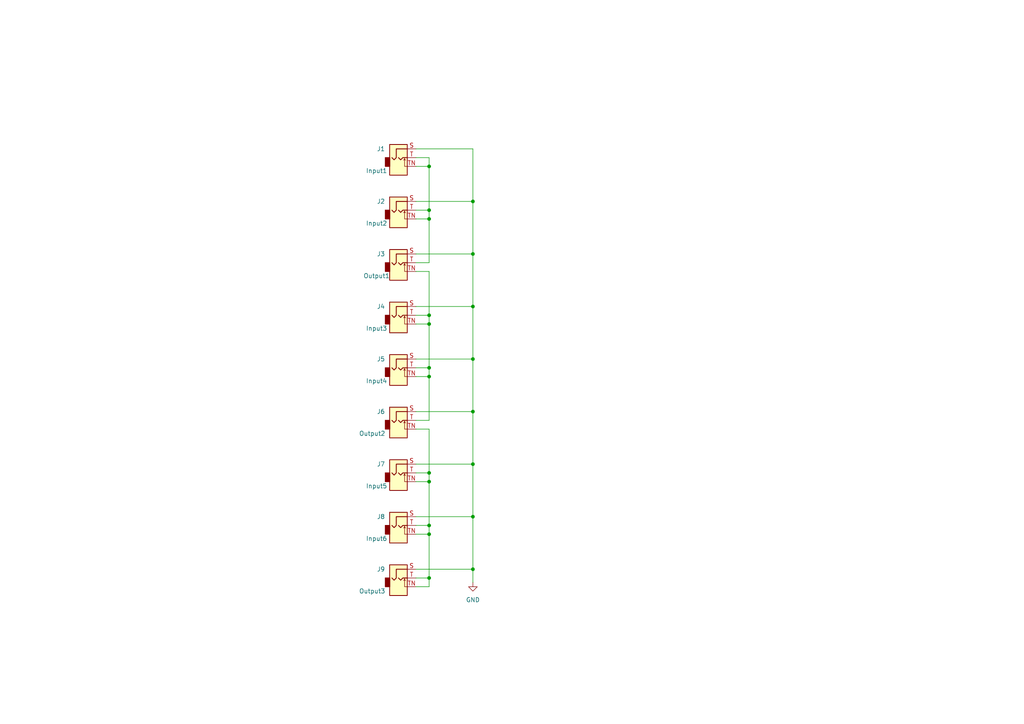
<source format=kicad_sch>
(kicad_sch (version 20211123) (generator eeschema)

  (uuid e63e39d7-6ac0-4ffd-8aa3-1841a4541b55)

  (paper "A4")

  (lib_symbols
    (symbol "Connector:AudioJack2_SwitchT" (in_bom yes) (on_board yes)
      (property "Reference" "J" (id 0) (at 0 8.89 0)
        (effects (font (size 1.27 1.27)))
      )
      (property "Value" "AudioJack2_SwitchT" (id 1) (at 0 6.35 0)
        (effects (font (size 1.27 1.27)))
      )
      (property "Footprint" "" (id 2) (at 0 0 0)
        (effects (font (size 1.27 1.27)) hide)
      )
      (property "Datasheet" "~" (id 3) (at 0 0 0)
        (effects (font (size 1.27 1.27)) hide)
      )
      (property "ki_keywords" "audio jack receptacle mono headphones phone TS connector" (id 4) (at 0 0 0)
        (effects (font (size 1.27 1.27)) hide)
      )
      (property "ki_description" "Audio Jack, 2 Poles (Mono / TS), Switched T Pole (Normalling)" (id 5) (at 0 0 0)
        (effects (font (size 1.27 1.27)) hide)
      )
      (property "ki_fp_filters" "Jack*" (id 6) (at 0 0 0)
        (effects (font (size 1.27 1.27)) hide)
      )
      (symbol "AudioJack2_SwitchT_0_1"
        (rectangle (start -2.54 0) (end -3.81 -2.54)
          (stroke (width 0.254) (type default) (color 0 0 0 0))
          (fill (type outline))
        )
        (polyline
          (pts
            (xy 1.778 -0.254)
            (xy 2.032 -0.762)
          )
          (stroke (width 0) (type default) (color 0 0 0 0))
          (fill (type none))
        )
        (polyline
          (pts
            (xy 0 0)
            (xy 0.635 -0.635)
            (xy 1.27 0)
            (xy 2.54 0)
          )
          (stroke (width 0.254) (type default) (color 0 0 0 0))
          (fill (type none))
        )
        (polyline
          (pts
            (xy 2.54 -2.54)
            (xy 1.778 -2.54)
            (xy 1.778 -0.254)
            (xy 1.524 -0.762)
          )
          (stroke (width 0) (type default) (color 0 0 0 0))
          (fill (type none))
        )
        (polyline
          (pts
            (xy 2.54 2.54)
            (xy -0.635 2.54)
            (xy -0.635 0)
            (xy -1.27 -0.635)
            (xy -1.905 0)
          )
          (stroke (width 0.254) (type default) (color 0 0 0 0))
          (fill (type none))
        )
        (rectangle (start 2.54 3.81) (end -2.54 -5.08)
          (stroke (width 0.254) (type default) (color 0 0 0 0))
          (fill (type background))
        )
      )
      (symbol "AudioJack2_SwitchT_1_1"
        (pin passive line (at 5.08 2.54 180) (length 2.54)
          (name "~" (effects (font (size 1.27 1.27))))
          (number "S" (effects (font (size 1.27 1.27))))
        )
        (pin passive line (at 5.08 0 180) (length 2.54)
          (name "~" (effects (font (size 1.27 1.27))))
          (number "T" (effects (font (size 1.27 1.27))))
        )
        (pin passive line (at 5.08 -2.54 180) (length 2.54)
          (name "~" (effects (font (size 1.27 1.27))))
          (number "TN" (effects (font (size 1.27 1.27))))
        )
      )
    )
    (symbol "power:GND" (power) (pin_names (offset 0)) (in_bom yes) (on_board yes)
      (property "Reference" "#PWR" (id 0) (at 0 -6.35 0)
        (effects (font (size 1.27 1.27)) hide)
      )
      (property "Value" "GND" (id 1) (at 0 -3.81 0)
        (effects (font (size 1.27 1.27)))
      )
      (property "Footprint" "" (id 2) (at 0 0 0)
        (effects (font (size 1.27 1.27)) hide)
      )
      (property "Datasheet" "" (id 3) (at 0 0 0)
        (effects (font (size 1.27 1.27)) hide)
      )
      (property "ki_keywords" "power-flag" (id 4) (at 0 0 0)
        (effects (font (size 1.27 1.27)) hide)
      )
      (property "ki_description" "Power symbol creates a global label with name \"GND\" , ground" (id 5) (at 0 0 0)
        (effects (font (size 1.27 1.27)) hide)
      )
      (symbol "GND_0_1"
        (polyline
          (pts
            (xy 0 0)
            (xy 0 -1.27)
            (xy 1.27 -1.27)
            (xy 0 -2.54)
            (xy -1.27 -1.27)
            (xy 0 -1.27)
          )
          (stroke (width 0) (type default) (color 0 0 0 0))
          (fill (type none))
        )
      )
      (symbol "GND_1_1"
        (pin power_in line (at 0 0 270) (length 0) hide
          (name "GND" (effects (font (size 1.27 1.27))))
          (number "1" (effects (font (size 1.27 1.27))))
        )
      )
    )
  )

  (junction (at 124.46 154.94) (diameter 0) (color 0 0 0 0)
    (uuid 025229fc-168f-46b4-bf94-6bad92b5ccfd)
  )
  (junction (at 124.46 167.64) (diameter 0) (color 0 0 0 0)
    (uuid 06b232b4-eb00-4edd-894f-37b61ff5a505)
  )
  (junction (at 137.16 119.38) (diameter 0) (color 0 0 0 0)
    (uuid 0cedc7ff-9025-400b-a7c6-8966bbd02ca1)
  )
  (junction (at 124.46 109.22) (diameter 0) (color 0 0 0 0)
    (uuid 0e8e2553-a4c5-4e56-8447-6de402729eb0)
  )
  (junction (at 124.46 152.4) (diameter 0) (color 0 0 0 0)
    (uuid 1cdb79e6-8249-46d8-a733-5da2417bcbb1)
  )
  (junction (at 124.46 91.44) (diameter 0) (color 0 0 0 0)
    (uuid 23266bdc-8574-4039-9981-d73d6d0aaf9c)
  )
  (junction (at 124.46 60.96) (diameter 0) (color 0 0 0 0)
    (uuid 393ed2dd-c601-4647-ad9e-05098cdd9559)
  )
  (junction (at 124.46 93.98) (diameter 0) (color 0 0 0 0)
    (uuid 4a53183d-1cfd-402c-97b2-85c2188cd9c1)
  )
  (junction (at 137.16 134.62) (diameter 0) (color 0 0 0 0)
    (uuid 4fd638cf-cec9-4cd5-9f68-17d46c7aeef5)
  )
  (junction (at 124.46 139.7) (diameter 0) (color 0 0 0 0)
    (uuid 548ee18e-e44a-47d7-b8f4-ca61ba4ed275)
  )
  (junction (at 137.16 149.86) (diameter 0) (color 0 0 0 0)
    (uuid 5e5ccdac-78dd-4ba5-a8cd-02cf2cf8374f)
  )
  (junction (at 137.16 73.66) (diameter 0) (color 0 0 0 0)
    (uuid 73e5c473-c0c4-4678-8c36-33af36ec2953)
  )
  (junction (at 137.16 58.42) (diameter 0) (color 0 0 0 0)
    (uuid 7d08dff9-90ff-4b5e-b8a1-95998bc12f9b)
  )
  (junction (at 137.16 88.9) (diameter 0) (color 0 0 0 0)
    (uuid 92b4a353-eddb-47c5-8bdf-50fd3b1fab36)
  )
  (junction (at 124.46 137.16) (diameter 0) (color 0 0 0 0)
    (uuid a8ffbcac-3952-4db5-93c2-e3670e0fe58c)
  )
  (junction (at 124.46 63.5) (diameter 0) (color 0 0 0 0)
    (uuid b25fe52c-53bb-4d7d-a56a-5e6cba2f87c1)
  )
  (junction (at 137.16 104.14) (diameter 0) (color 0 0 0 0)
    (uuid bc0d1b56-f3cd-4a88-98ff-756449498d9e)
  )
  (junction (at 124.46 106.68) (diameter 0) (color 0 0 0 0)
    (uuid bf8252d9-3fbb-494e-b46b-d60e55a782e7)
  )
  (junction (at 137.16 165.1) (diameter 0) (color 0 0 0 0)
    (uuid f514e8fb-2906-4eb4-bca4-673d073f6bb3)
  )
  (junction (at 124.46 48.26) (diameter 0) (color 0 0 0 0)
    (uuid fb414811-ef4d-415d-a3f9-1c7387b8e031)
  )

  (wire (pts (xy 124.46 139.7) (xy 124.46 152.4))
    (stroke (width 0) (type default) (color 0 0 0 0))
    (uuid 0cc16ed5-5eba-4c1b-9af0-f9be420e70d0)
  )
  (wire (pts (xy 120.65 165.1) (xy 137.16 165.1))
    (stroke (width 0) (type default) (color 0 0 0 0))
    (uuid 0def2e70-07b7-45f2-a720-fafb5ab286a4)
  )
  (wire (pts (xy 120.65 76.2) (xy 124.46 76.2))
    (stroke (width 0) (type default) (color 0 0 0 0))
    (uuid 11c1435c-35be-4868-8096-fd1e93571674)
  )
  (wire (pts (xy 137.16 149.86) (xy 137.16 165.1))
    (stroke (width 0) (type default) (color 0 0 0 0))
    (uuid 17f441fc-44eb-4f6a-8443-83eb80ec1918)
  )
  (wire (pts (xy 120.65 78.74) (xy 124.46 78.74))
    (stroke (width 0) (type default) (color 0 0 0 0))
    (uuid 18b4c3e6-7b14-477a-bd4f-f88a4bfa67fb)
  )
  (wire (pts (xy 124.46 63.5) (xy 120.65 63.5))
    (stroke (width 0) (type default) (color 0 0 0 0))
    (uuid 34bfb163-2f8b-43c6-a16d-eabb67a6213f)
  )
  (wire (pts (xy 124.46 137.16) (xy 124.46 139.7))
    (stroke (width 0) (type default) (color 0 0 0 0))
    (uuid 37531990-150d-467d-bd59-a4c6dcae32e5)
  )
  (wire (pts (xy 124.46 154.94) (xy 124.46 152.4))
    (stroke (width 0) (type default) (color 0 0 0 0))
    (uuid 3783cc6f-69e2-4544-9503-22f0c94c2b27)
  )
  (wire (pts (xy 137.16 58.42) (xy 137.16 73.66))
    (stroke (width 0) (type default) (color 0 0 0 0))
    (uuid 386073e2-336b-451b-9bd9-89dc10ba3bc4)
  )
  (wire (pts (xy 120.65 109.22) (xy 124.46 109.22))
    (stroke (width 0) (type default) (color 0 0 0 0))
    (uuid 3a94cb22-3624-4b61-aeee-b84b9d63258a)
  )
  (wire (pts (xy 137.16 119.38) (xy 137.16 134.62))
    (stroke (width 0) (type default) (color 0 0 0 0))
    (uuid 4269fc05-5df9-4e85-93c0-94af0ac7413e)
  )
  (wire (pts (xy 120.65 73.66) (xy 137.16 73.66))
    (stroke (width 0) (type default) (color 0 0 0 0))
    (uuid 4766499d-3a86-4f7c-9b88-43bf0dcd834e)
  )
  (wire (pts (xy 124.46 167.64) (xy 124.46 170.18))
    (stroke (width 0) (type default) (color 0 0 0 0))
    (uuid 4a85d4cc-2e06-4fc6-8800-ce9b63b6aa07)
  )
  (wire (pts (xy 120.65 43.18) (xy 137.16 43.18))
    (stroke (width 0) (type default) (color 0 0 0 0))
    (uuid 4b736a4f-f022-4883-b473-398f3bcd5fa6)
  )
  (wire (pts (xy 124.46 106.68) (xy 124.46 109.22))
    (stroke (width 0) (type default) (color 0 0 0 0))
    (uuid 4d9139f3-5a22-4baa-b7e6-fe33de522e06)
  )
  (wire (pts (xy 124.46 45.72) (xy 120.65 45.72))
    (stroke (width 0) (type default) (color 0 0 0 0))
    (uuid 51d4da84-adfb-4a06-a39b-d200bf6f99a7)
  )
  (wire (pts (xy 124.46 45.72) (xy 124.46 48.26))
    (stroke (width 0) (type default) (color 0 0 0 0))
    (uuid 53d842d7-e33d-4d3d-a74c-181ce97f2e89)
  )
  (wire (pts (xy 120.65 119.38) (xy 137.16 119.38))
    (stroke (width 0) (type default) (color 0 0 0 0))
    (uuid 5698e87b-7e43-4358-9a81-aeaf2267cd66)
  )
  (wire (pts (xy 120.65 134.62) (xy 137.16 134.62))
    (stroke (width 0) (type default) (color 0 0 0 0))
    (uuid 58216f83-8c15-48dc-8de6-f478662671a2)
  )
  (wire (pts (xy 120.65 121.92) (xy 124.46 121.92))
    (stroke (width 0) (type default) (color 0 0 0 0))
    (uuid 5da4ff08-db4d-4995-a988-e9b739cecaec)
  )
  (wire (pts (xy 120.65 149.86) (xy 137.16 149.86))
    (stroke (width 0) (type default) (color 0 0 0 0))
    (uuid 5f499669-2700-4a08-9417-54669560b475)
  )
  (wire (pts (xy 124.46 121.92) (xy 124.46 109.22))
    (stroke (width 0) (type default) (color 0 0 0 0))
    (uuid 607a0d16-9ecf-4d0a-ba81-f7eb39870e87)
  )
  (wire (pts (xy 124.46 48.26) (xy 124.46 60.96))
    (stroke (width 0) (type default) (color 0 0 0 0))
    (uuid 705a7c83-53b7-4e0b-adba-bb4d290eda32)
  )
  (wire (pts (xy 124.46 93.98) (xy 124.46 106.68))
    (stroke (width 0) (type default) (color 0 0 0 0))
    (uuid 88cae688-c71b-4c69-81b4-4ad3c5cf846a)
  )
  (wire (pts (xy 124.46 48.26) (xy 120.65 48.26))
    (stroke (width 0) (type default) (color 0 0 0 0))
    (uuid 894b2ffc-0a75-4d28-bc80-9faf6dd90ac3)
  )
  (wire (pts (xy 124.46 154.94) (xy 124.46 167.64))
    (stroke (width 0) (type default) (color 0 0 0 0))
    (uuid 8fa46cc4-dcaf-44ba-aa7b-6b97b9e5457e)
  )
  (wire (pts (xy 137.16 88.9) (xy 137.16 104.14))
    (stroke (width 0) (type default) (color 0 0 0 0))
    (uuid 92980250-30fc-4da0-a3f2-82d0314758c6)
  )
  (wire (pts (xy 124.46 91.44) (xy 124.46 93.98))
    (stroke (width 0) (type default) (color 0 0 0 0))
    (uuid 93abfa44-cfdf-4f82-b21c-70dc3cda5091)
  )
  (wire (pts (xy 124.46 91.44) (xy 120.65 91.44))
    (stroke (width 0) (type default) (color 0 0 0 0))
    (uuid 942f6b3a-9709-4bd1-b2ad-f6fe90636914)
  )
  (wire (pts (xy 120.65 104.14) (xy 137.16 104.14))
    (stroke (width 0) (type default) (color 0 0 0 0))
    (uuid 950aff69-64c2-4832-8f0e-cd835bce5f71)
  )
  (wire (pts (xy 120.65 106.68) (xy 124.46 106.68))
    (stroke (width 0) (type default) (color 0 0 0 0))
    (uuid 9b097428-32db-40fa-8ca8-9862f33d9456)
  )
  (wire (pts (xy 124.46 76.2) (xy 124.46 63.5))
    (stroke (width 0) (type default) (color 0 0 0 0))
    (uuid 9f30f339-f025-4f7e-9978-edb23663ef82)
  )
  (wire (pts (xy 120.65 58.42) (xy 137.16 58.42))
    (stroke (width 0) (type default) (color 0 0 0 0))
    (uuid a1cb8d1e-44ac-4aff-8333-353db3949858)
  )
  (wire (pts (xy 120.65 124.46) (xy 124.46 124.46))
    (stroke (width 0) (type default) (color 0 0 0 0))
    (uuid a693c23b-6b05-46f0-9930-f8bc929ada50)
  )
  (wire (pts (xy 137.16 165.1) (xy 137.16 168.91))
    (stroke (width 0) (type default) (color 0 0 0 0))
    (uuid a8c8d2bb-01e9-45b1-a7e6-8d0142b5df01)
  )
  (wire (pts (xy 120.65 152.4) (xy 124.46 152.4))
    (stroke (width 0) (type default) (color 0 0 0 0))
    (uuid ab72c4fd-0afd-455b-a44e-ec97ffb63f48)
  )
  (wire (pts (xy 137.16 73.66) (xy 137.16 88.9))
    (stroke (width 0) (type default) (color 0 0 0 0))
    (uuid ae73d40b-e7d1-46b3-861f-cc765795edc7)
  )
  (wire (pts (xy 120.65 170.18) (xy 124.46 170.18))
    (stroke (width 0) (type default) (color 0 0 0 0))
    (uuid b6d38b6e-73c9-4c09-8f07-effe4c384ea2)
  )
  (wire (pts (xy 124.46 137.16) (xy 120.65 137.16))
    (stroke (width 0) (type default) (color 0 0 0 0))
    (uuid b904b5ed-315b-44ef-8c61-9b5b24467a82)
  )
  (wire (pts (xy 124.46 124.46) (xy 124.46 137.16))
    (stroke (width 0) (type default) (color 0 0 0 0))
    (uuid ba85b654-efbb-4821-b1d0-daaa7edac8ba)
  )
  (wire (pts (xy 124.46 78.74) (xy 124.46 91.44))
    (stroke (width 0) (type default) (color 0 0 0 0))
    (uuid bb883f96-7f42-4601-9959-86020857c7f2)
  )
  (wire (pts (xy 120.65 93.98) (xy 124.46 93.98))
    (stroke (width 0) (type default) (color 0 0 0 0))
    (uuid c1a69223-6ddc-40b6-a630-5b750ac800d5)
  )
  (wire (pts (xy 137.16 104.14) (xy 137.16 119.38))
    (stroke (width 0) (type default) (color 0 0 0 0))
    (uuid c84c914d-9226-4d6a-b16f-a3c9d1e357f7)
  )
  (wire (pts (xy 120.65 154.94) (xy 124.46 154.94))
    (stroke (width 0) (type default) (color 0 0 0 0))
    (uuid cd1cb2b8-1c6f-4125-bf27-5efccf74121f)
  )
  (wire (pts (xy 120.65 88.9) (xy 137.16 88.9))
    (stroke (width 0) (type default) (color 0 0 0 0))
    (uuid ce6e9b30-e0a7-4340-a474-f76f16ff4627)
  )
  (wire (pts (xy 137.16 43.18) (xy 137.16 58.42))
    (stroke (width 0) (type default) (color 0 0 0 0))
    (uuid d2d5fa52-fa9c-458d-bc89-f535a440f0eb)
  )
  (wire (pts (xy 124.46 60.96) (xy 120.65 60.96))
    (stroke (width 0) (type default) (color 0 0 0 0))
    (uuid d7dc4226-1fed-42e4-8bca-8aa0f6865f91)
  )
  (wire (pts (xy 124.46 167.64) (xy 120.65 167.64))
    (stroke (width 0) (type default) (color 0 0 0 0))
    (uuid dda4f92e-7cd0-48ff-95a3-067c10a793bd)
  )
  (wire (pts (xy 120.65 139.7) (xy 124.46 139.7))
    (stroke (width 0) (type default) (color 0 0 0 0))
    (uuid eab696e8-cce4-40ea-83eb-e3b0fd65fd2d)
  )
  (wire (pts (xy 124.46 60.96) (xy 124.46 63.5))
    (stroke (width 0) (type default) (color 0 0 0 0))
    (uuid f3416cf4-85a4-443d-93c0-af7bbb22b1e6)
  )
  (wire (pts (xy 137.16 134.62) (xy 137.16 149.86))
    (stroke (width 0) (type default) (color 0 0 0 0))
    (uuid fd0481e7-c680-4ff0-b1d8-fb5f426819fe)
  )

  (symbol (lib_id "Connector:AudioJack2_SwitchT") (at 115.57 91.44 0) (unit 1)
    (in_bom yes) (on_board yes)
    (uuid 015071f9-fda4-46a6-9980-1b26f34fc71c)
    (property "Reference" "J4" (id 0) (at 110.49 88.9 0))
    (property "Value" "Input3" (id 1) (at 109.22 95.25 0))
    (property "Footprint" "eurorack:LUM 1502-03" (id 2) (at 115.57 91.44 0)
      (effects (font (size 1.27 1.27)) hide)
    )
    (property "Datasheet" "~" (id 3) (at 115.57 91.44 0)
      (effects (font (size 1.27 1.27)) hide)
    )
    (pin "S" (uuid 8dcdc00f-7489-4468-ae7a-184a7811c94d))
    (pin "T" (uuid bfd8a347-99fb-45d4-8e5e-e4be91ed99e7))
    (pin "TN" (uuid 859b4f81-8868-47ef-bbdd-f9c59b9c802d))
  )

  (symbol (lib_id "Connector:AudioJack2_SwitchT") (at 115.57 76.2 0) (unit 1)
    (in_bom yes) (on_board yes)
    (uuid 1d5e4e6f-a277-41f2-9cab-71ecf884bc92)
    (property "Reference" "J3" (id 0) (at 110.49 73.66 0))
    (property "Value" "Output1" (id 1) (at 109.22 80.01 0))
    (property "Footprint" "eurorack:LUM 1502-03" (id 2) (at 115.57 76.2 0)
      (effects (font (size 1.27 1.27)) hide)
    )
    (property "Datasheet" "~" (id 3) (at 115.57 76.2 0)
      (effects (font (size 1.27 1.27)) hide)
    )
    (pin "S" (uuid fe71859d-8d79-4e2f-8078-c880bb73150f))
    (pin "T" (uuid 6e321d3d-af9a-4999-82ca-ca5c2921f92a))
    (pin "TN" (uuid 1dd759d3-6513-436f-8129-c0685ce65961))
  )

  (symbol (lib_id "Connector:AudioJack2_SwitchT") (at 115.57 137.16 0) (unit 1)
    (in_bom yes) (on_board yes)
    (uuid 4c201b0f-efcb-47cc-a1d5-c3752d107de0)
    (property "Reference" "J7" (id 0) (at 110.49 134.62 0))
    (property "Value" "Input5" (id 1) (at 109.22 140.97 0))
    (property "Footprint" "eurorack:LUM 1502-03" (id 2) (at 115.57 137.16 0)
      (effects (font (size 1.27 1.27)) hide)
    )
    (property "Datasheet" "~" (id 3) (at 115.57 137.16 0)
      (effects (font (size 1.27 1.27)) hide)
    )
    (pin "S" (uuid f3b6a31a-8d1c-4dd6-90b7-a45bce66cf5c))
    (pin "T" (uuid a4975df4-6df9-439d-8fd3-a682cb751bba))
    (pin "TN" (uuid 76130b8d-8728-46c9-97c6-3ba2215572f7))
  )

  (symbol (lib_id "Connector:AudioJack2_SwitchT") (at 115.57 167.64 0) (unit 1)
    (in_bom yes) (on_board yes)
    (uuid 54b2da63-f7de-46fa-b5d7-104df1e2cf10)
    (property "Reference" "J9" (id 0) (at 110.49 165.1 0))
    (property "Value" "Output3" (id 1) (at 107.95 171.45 0))
    (property "Footprint" "eurorack:LUM 1502-03" (id 2) (at 115.57 167.64 0)
      (effects (font (size 1.27 1.27)) hide)
    )
    (property "Datasheet" "~" (id 3) (at 115.57 167.64 0)
      (effects (font (size 1.27 1.27)) hide)
    )
    (pin "S" (uuid b33c09fd-dd46-4119-a5ec-05bf00641f8e))
    (pin "T" (uuid 3fc4abe1-7a8a-4598-b6bf-37a718903e8a))
    (pin "TN" (uuid e6cc4dac-eafd-4679-853a-3eefe89312c9))
  )

  (symbol (lib_id "Connector:AudioJack2_SwitchT") (at 115.57 60.96 0) (unit 1)
    (in_bom yes) (on_board yes)
    (uuid 7b5448d0-d843-4234-90c3-73654fa69f52)
    (property "Reference" "J2" (id 0) (at 110.49 58.42 0))
    (property "Value" "Input2" (id 1) (at 109.22 64.77 0))
    (property "Footprint" "eurorack:LUM 1502-03" (id 2) (at 115.57 60.96 0)
      (effects (font (size 1.27 1.27)) hide)
    )
    (property "Datasheet" "~" (id 3) (at 115.57 60.96 0)
      (effects (font (size 1.27 1.27)) hide)
    )
    (pin "S" (uuid 32dd0693-ab3c-4afb-a39a-5c949f55d4f3))
    (pin "T" (uuid 0f177f81-f569-43b2-b8cb-ce3130fcdf7b))
    (pin "TN" (uuid 6df05848-f04b-4aca-81d8-bfc5581196ab))
  )

  (symbol (lib_id "Connector:AudioJack2_SwitchT") (at 115.57 106.68 0) (unit 1)
    (in_bom yes) (on_board yes)
    (uuid 86cf66c4-54fe-46c2-ae46-40622d90b5b9)
    (property "Reference" "J5" (id 0) (at 110.49 104.14 0))
    (property "Value" "Input4" (id 1) (at 109.22 110.49 0))
    (property "Footprint" "eurorack:LUM 1502-03" (id 2) (at 115.57 106.68 0)
      (effects (font (size 1.27 1.27)) hide)
    )
    (property "Datasheet" "~" (id 3) (at 115.57 106.68 0)
      (effects (font (size 1.27 1.27)) hide)
    )
    (pin "S" (uuid e628ed9c-e805-4f73-8fcd-5000d01f0c2b))
    (pin "T" (uuid 8a53b85b-6289-49b5-995c-0e9497ccd814))
    (pin "TN" (uuid b8120ed8-49e2-4987-9b39-d91cf532bef8))
  )

  (symbol (lib_id "Connector:AudioJack2_SwitchT") (at 115.57 121.92 0) (unit 1)
    (in_bom yes) (on_board yes)
    (uuid 8fd0e32a-ad61-4006-9585-4f2555ae275e)
    (property "Reference" "J6" (id 0) (at 110.49 119.38 0))
    (property "Value" "Output2" (id 1) (at 107.95 125.73 0))
    (property "Footprint" "eurorack:LUM 1502-03" (id 2) (at 115.57 121.92 0)
      (effects (font (size 1.27 1.27)) hide)
    )
    (property "Datasheet" "~" (id 3) (at 115.57 121.92 0)
      (effects (font (size 1.27 1.27)) hide)
    )
    (pin "S" (uuid c807c758-8576-46ed-9e7a-9632a2bb8c4d))
    (pin "T" (uuid dec6e2f0-a916-49ea-a23a-931b3e136920))
    (pin "TN" (uuid f819f323-e7fd-479d-ac7a-371ec9668155))
  )

  (symbol (lib_id "power:GND") (at 137.16 168.91 0) (unit 1)
    (in_bom yes) (on_board yes) (fields_autoplaced)
    (uuid 986f667a-221f-44dd-899c-20e1c37ef53c)
    (property "Reference" "#PWR01" (id 0) (at 137.16 175.26 0)
      (effects (font (size 1.27 1.27)) hide)
    )
    (property "Value" "GND" (id 1) (at 137.16 173.99 0))
    (property "Footprint" "" (id 2) (at 137.16 168.91 0)
      (effects (font (size 1.27 1.27)) hide)
    )
    (property "Datasheet" "" (id 3) (at 137.16 168.91 0)
      (effects (font (size 1.27 1.27)) hide)
    )
    (pin "1" (uuid a482a033-dd9b-436a-8b3c-6a5556dbba79))
  )

  (symbol (lib_id "Connector:AudioJack2_SwitchT") (at 115.57 45.72 0) (unit 1)
    (in_bom yes) (on_board yes)
    (uuid 9fd38700-0098-429d-81b1-470e6b901fa2)
    (property "Reference" "J1" (id 0) (at 110.49 43.18 0))
    (property "Value" "Input1" (id 1) (at 109.22 49.53 0))
    (property "Footprint" "eurorack:LUM 1502-03" (id 2) (at 115.57 45.72 0)
      (effects (font (size 1.27 1.27)) hide)
    )
    (property "Datasheet" "~" (id 3) (at 115.57 45.72 0)
      (effects (font (size 1.27 1.27)) hide)
    )
    (pin "S" (uuid 8440f57b-2505-4d18-a831-9565e7463014))
    (pin "T" (uuid b4151bd4-6b67-4ac8-aaeb-0fe7c6ae6197))
    (pin "TN" (uuid 8984a3b3-6c81-4114-a066-663c8ee714f6))
  )

  (symbol (lib_id "Connector:AudioJack2_SwitchT") (at 115.57 152.4 0) (unit 1)
    (in_bom yes) (on_board yes)
    (uuid eb2dfcea-eda6-4613-9000-bb91d3064e20)
    (property "Reference" "J8" (id 0) (at 110.49 149.86 0))
    (property "Value" "Input6" (id 1) (at 109.22 156.21 0))
    (property "Footprint" "eurorack:LUM 1502-03" (id 2) (at 115.57 152.4 0)
      (effects (font (size 1.27 1.27)) hide)
    )
    (property "Datasheet" "~" (id 3) (at 115.57 152.4 0)
      (effects (font (size 1.27 1.27)) hide)
    )
    (pin "S" (uuid 56e8c08d-9ea0-438d-b498-f30fb05adb83))
    (pin "T" (uuid 232818ee-db49-4682-9449-1d3f53639895))
    (pin "TN" (uuid 4bced476-3211-4469-990d-a6a13ccb0914))
  )

  (sheet_instances
    (path "/" (page "1"))
  )

  (symbol_instances
    (path "/986f667a-221f-44dd-899c-20e1c37ef53c"
      (reference "#PWR01") (unit 1) (value "GND") (footprint "")
    )
    (path "/9fd38700-0098-429d-81b1-470e6b901fa2"
      (reference "J1") (unit 1) (value "Input1") (footprint "eurorack:LUM 1502-03")
    )
    (path "/7b5448d0-d843-4234-90c3-73654fa69f52"
      (reference "J2") (unit 1) (value "Input2") (footprint "eurorack:LUM 1502-03")
    )
    (path "/1d5e4e6f-a277-41f2-9cab-71ecf884bc92"
      (reference "J3") (unit 1) (value "Output1") (footprint "eurorack:LUM 1502-03")
    )
    (path "/015071f9-fda4-46a6-9980-1b26f34fc71c"
      (reference "J4") (unit 1) (value "Input3") (footprint "eurorack:LUM 1502-03")
    )
    (path "/86cf66c4-54fe-46c2-ae46-40622d90b5b9"
      (reference "J5") (unit 1) (value "Input4") (footprint "eurorack:LUM 1502-03")
    )
    (path "/8fd0e32a-ad61-4006-9585-4f2555ae275e"
      (reference "J6") (unit 1) (value "Output2") (footprint "eurorack:LUM 1502-03")
    )
    (path "/4c201b0f-efcb-47cc-a1d5-c3752d107de0"
      (reference "J7") (unit 1) (value "Input5") (footprint "eurorack:LUM 1502-03")
    )
    (path "/eb2dfcea-eda6-4613-9000-bb91d3064e20"
      (reference "J8") (unit 1) (value "Input6") (footprint "eurorack:LUM 1502-03")
    )
    (path "/54b2da63-f7de-46fa-b5d7-104df1e2cf10"
      (reference "J9") (unit 1) (value "Output3") (footprint "eurorack:LUM 1502-03")
    )
  )
)

</source>
